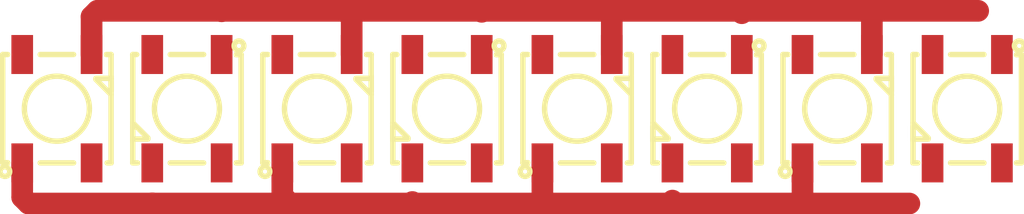
<source format=kicad_pcb>
(kicad_pcb (version 20240108) (generator "pcbnew") (generator_version "8.0")
  (layers (0 "F.Cu" signal) (31 "B.Cu" signal) (34 "B.Paste" user) (35 "F.Paste" user) (36 "B.SilkS" user "B.Silkscreen") (37 "F.SilkS" user "F.Silkscreen") (38 "B.Mask" user) (39 "F.Mask" user) (44 "Edge.Cuts" user))
  (net 0 "")
  (net 1 "/VDD")
  (net 2 "/DI")
  (net 3 "Net-(LED1-DO)")
  (net 4 "GND")
  (net 5 "Net-(LED2-DO)")
  (net 6 "Net-(LED3-DO)")
  (net 7 "Net-(LED4-DO)")
  (net 8 "Net-(LED5-DO)")
  (net 9 "Net-(LED6-DO)")
  (net 10 "Net-(LED7-DO)")
  (net 11 "/DO")
  (footprint "jlcpcb:LED-SMD_4P-L5.0-W5.0-TL-1" (layer "F.Cu") (at 144.12 72.46 90)
    (property "Reference" "LED3" (hide yes))
    (property "Value" "WS2812B")
    (fp_line (start 2.5 -2.5) (end 2.5 -2.27) (stroke (width 0.25)) (layer "F.SilkS"))
    (fp_line (start -2.5 -2.5) (end 2.5 -2.5) (stroke (width 0.25)) (layer "F.SilkS"))
    (fp_line (start -2.49 -2.27) (end -2.5 -2.5) (stroke (width 0.25)) (layer "F.SilkS"))
    (fp_line (start 2.5 -0.77) (end 2.5 0.77) (stroke (width 0.25)) (layer "F.SilkS"))
    (fp_line (start -2.5 0.77) (end -2.5 -0.77) (stroke (width 0.25)) (layer "F.SilkS"))
    (fp_line (start 1.4 1.8) (end 1.4 2.5) (stroke (width 0.25)) (layer "F.SilkS"))
    (fp_line (start 2.5 2.28) (end 2.5 2.5) (stroke (width 0.25)) (layer "F.SilkS"))
    (fp_line (start 2.5 2.5) (end -2.5 2.5) (stroke (width 0.25)) (layer "F.SilkS"))
    (fp_line (start 1.5 2.5) (end 0.8 2.5) (stroke (width 0.25)) (layer "F.SilkS"))
    (fp_line (start 0.65 2.5) (end 1.35 1.8) (stroke (width 0.25)) (layer "F.SilkS"))
    (fp_line (start -2.5 2.5) (end -2.5 2.32) (stroke (width 0.25)) (layer "F.SilkS"))
    (fp_circle (center -2.9 -2.4) (end -2.8 -2.4) (stroke (width 0.25)) (fill none) (layer "F.SilkS"))
    (fp_circle (center 0 0) (end 1.5 0) (stroke (width 0.25)) (fill none) (layer "F.SilkS"))
    (pad "1" smd rect (at -2.5 -1.6 270) (size 1.8 1) (layers "F.Cu" "F.Paste" "F.Mask") (net 1 "/VDD"))
    (pad "2" smd rect (at -2.5 1.6 270) (size 1.8 1) (layers "F.Cu" "F.Paste" "F.Mask") (net 6 "Net-(LED3-DO)"))
    (pad "3" smd rect (at 2.5 1.6 270) (size 1.8 1) (layers "F.Cu" "F.Paste" "F.Mask") (net 4 "GND"))
    (pad "4" smd rect (at 2.5 -1.6 270) (size 1.8 1) (layers "F.Cu" "F.Paste" "F.Mask") (net 5 "Net-(LED2-DO)"))
  )
  (footprint "jlcpcb:LED-SMD_4P-L5.0-W5.0-TL-1" (layer "F.Cu") (at 156.12 72.46 90)
    (property "Reference" "LED5" (hide yes))
    (property "Value" "WS2812B")
    (fp_line (start 2.5 -2.5) (end 2.5 -2.27) (stroke (width 0.25)) (layer "F.SilkS"))
    (fp_line (start -2.5 -2.5) (end 2.5 -2.5) (stroke (width 0.25)) (layer "F.SilkS"))
    (fp_line (start -2.49 -2.27) (end -2.5 -2.5) (stroke (width 0.25)) (layer "F.SilkS"))
    (fp_line (start 2.5 -0.77) (end 2.5 0.77) (stroke (width 0.25)) (layer "F.SilkS"))
    (fp_line (start -2.5 0.77) (end -2.5 -0.77) (stroke (width 0.25)) (layer "F.SilkS"))
    (fp_line (start 1.4 1.8) (end 1.4 2.5) (stroke (width 0.25)) (layer "F.SilkS"))
    (fp_line (start 2.5 2.28) (end 2.5 2.5) (stroke (width 0.25)) (layer "F.SilkS"))
    (fp_line (start 2.5 2.5) (end -2.5 2.5) (stroke (width 0.25)) (layer "F.SilkS"))
    (fp_line (start 1.5 2.5) (end 0.8 2.5) (stroke (width 0.25)) (layer "F.SilkS"))
    (fp_line (start 0.65 2.5) (end 1.35 1.8) (stroke (width 0.25)) (layer "F.SilkS"))
    (fp_line (start -2.5 2.5) (end -2.5 2.32) (stroke (width 0.25)) (layer "F.SilkS"))
    (fp_circle (center -2.9 -2.4) (end -2.8 -2.4) (stroke (width 0.25)) (fill none) (layer "F.SilkS"))
    (fp_circle (center 0 0) (end 1.5 0) (stroke (width 0.25)) (fill none) (layer "F.SilkS"))
    (pad "1" smd rect (at -2.5 -1.6 270) (size 1.8 1) (layers "F.Cu" "F.Paste" "F.Mask") (net 1 "/VDD"))
    (pad "2" smd rect (at -2.5 1.6 270) (size 1.8 1) (layers "F.Cu" "F.Paste" "F.Mask") (net 8 "Net-(LED5-DO)"))
    (pad "3" smd rect (at 2.5 1.6 270) (size 1.8 1) (layers "F.Cu" "F.Paste" "F.Mask") (net 4 "GND"))
    (pad "4" smd rect (at 2.5 -1.6 270) (size 1.8 1) (layers "F.Cu" "F.Paste" "F.Mask") (net 7 "Net-(LED4-DO)"))
  )
  (footprint "jlcpcb:LED-SMD_4P-L5.0-W5.0-TL-1" (layer "F.Cu") (at 168.12 72.46 90)
    (property "Reference" "LED7" (hide yes))
    (property "Value" "WS2812B")
    (fp_line (start 2.5 -2.5) (end 2.5 -2.27) (stroke (width 0.25)) (layer "F.SilkS"))
    (fp_line (start -2.5 -2.5) (end 2.5 -2.5) (stroke (width 0.25)) (layer "F.SilkS"))
    (fp_line (start -2.49 -2.27) (end -2.5 -2.5) (stroke (width 0.25)) (layer "F.SilkS"))
    (fp_line (start 2.5 -0.77) (end 2.5 0.77) (stroke (width 0.25)) (layer "F.SilkS"))
    (fp_line (start -2.5 0.77) (end -2.5 -0.77) (stroke (width 0.25)) (layer "F.SilkS"))
    (fp_line (start 1.4 1.8) (end 1.4 2.5) (stroke (width 0.25)) (layer "F.SilkS"))
    (fp_line (start 2.5 2.28) (end 2.5 2.5) (stroke (width 0.25)) (layer "F.SilkS"))
    (fp_line (start 2.5 2.5) (end -2.5 2.5) (stroke (width 0.25)) (layer "F.SilkS"))
    (fp_line (start 1.5 2.5) (end 0.8 2.5) (stroke (width 0.25)) (layer "F.SilkS"))
    (fp_line (start 0.65 2.5) (end 1.35 1.8) (stroke (width 0.25)) (layer "F.SilkS"))
    (fp_line (start -2.5 2.5) (end -2.5 2.32) (stroke (width 0.25)) (layer "F.SilkS"))
    (fp_circle (center -2.9 -2.4) (end -2.8 -2.4) (stroke (width 0.25)) (fill none) (layer "F.SilkS"))
    (fp_circle (center 0 0) (end 1.5 0) (stroke (width 0.25)) (fill none) (layer "F.SilkS"))
    (pad "1" smd rect (at -2.5 -1.6 270) (size 1.8 1) (layers "F.Cu" "F.Paste" "F.Mask") (net 1 "/VDD"))
    (pad "2" smd rect (at -2.5 1.6 270) (size 1.8 1) (layers "F.Cu" "F.Paste" "F.Mask") (net 10 "Net-(LED7-DO)"))
    (pad "3" smd rect (at 2.5 1.6 270) (size 1.8 1) (layers "F.Cu" "F.Paste" "F.Mask") (net 4 "GND"))
    (pad "4" smd rect (at 2.5 -1.6 270) (size 1.8 1) (layers "F.Cu" "F.Paste" "F.Mask") (net 9 "Net-(LED6-DO)"))
  )
  (footprint "jlcpcb:LED-SMD_4P-L5.0-W5.0-TL-1" (layer "F.Cu") (at 132.12 72.46 90)
    (property "Reference" "LED1" (hide yes))
    (property "Value" "WS2812B")
    (fp_line (start 2.5 -2.5) (end 2.5 -2.27) (stroke (width 0.25)) (layer "F.SilkS"))
    (fp_line (start -2.5 -2.5) (end 2.5 -2.5) (stroke (width 0.25)) (layer "F.SilkS"))
    (fp_line (start -2.49 -2.27) (end -2.5 -2.5) (stroke (width 0.25)) (layer "F.SilkS"))
    (fp_line (start 2.5 -0.77) (end 2.5 0.77) (stroke (width 0.25)) (layer "F.SilkS"))
    (fp_line (start -2.5 0.77) (end -2.5 -0.77) (stroke (width 0.25)) (layer "F.SilkS"))
    (fp_line (start 1.4 1.8) (end 1.4 2.5) (stroke (width 0.25)) (layer "F.SilkS"))
    (fp_line (start 2.5 2.28) (end 2.5 2.5) (stroke (width 0.25)) (layer "F.SilkS"))
    (fp_line (start 2.5 2.5) (end -2.5 2.5) (stroke (width 0.25)) (layer "F.SilkS"))
    (fp_line (start 1.5 2.5) (end 0.8 2.5) (stroke (width 0.25)) (layer "F.SilkS"))
    (fp_line (start 0.65 2.5) (end 1.35 1.8) (stroke (width 0.25)) (layer "F.SilkS"))
    (fp_line (start -2.5 2.5) (end -2.5 2.32) (stroke (width 0.25)) (layer "F.SilkS"))
    (fp_circle (center -2.9 -2.4) (end -2.8 -2.4) (stroke (width 0.25)) (fill none) (layer "F.SilkS"))
    (fp_circle (center 0 0) (end 1.5 0) (stroke (width 0.25)) (fill none) (layer "F.SilkS"))
    (pad "1" smd rect (at -2.5 -1.6 270) (size 1.8 1) (layers "F.Cu" "F.Paste" "F.Mask") (net 1 "/VDD"))
    (pad "2" smd rect (at -2.5 1.6 270) (size 1.8 1) (layers "F.Cu" "F.Paste" "F.Mask") (net 3 "Net-(LED1-DO)"))
    (pad "3" smd rect (at 2.5 1.6 270) (size 1.8 1) (layers "F.Cu" "F.Paste" "F.Mask") (net 4 "GND"))
    (pad "4" smd rect (at 2.5 -1.6 270) (size 1.8 1) (layers "F.Cu" "F.Paste" "F.Mask") (net 2 "/DI"))
  )
  (footprint "jlcpcb:LED-SMD_4P-L5.0-W5.0-TL-1" (layer "F.Cu") (at 138.12 72.46 -90)
    (property "Reference" "LED2" (hide yes))
    (property "Value" "WS2812B")
    (fp_line (start -2.5 2.5) (end -2.5 2.32) (stroke (width 0.25)) (layer "F.SilkS"))
    (fp_line (start 0.65 2.5) (end 1.35 1.8) (stroke (width 0.25)) (layer "F.SilkS"))
    (fp_line (start 1.5 2.5) (end 0.8 2.5) (stroke (width 0.25)) (layer "F.SilkS"))
    (fp_line (start 2.5 2.5) (end -2.5 2.5) (stroke (width 0.25)) (layer "F.SilkS"))
    (fp_line (start 2.5 2.28) (end 2.5 2.5) (stroke (width 0.25)) (layer "F.SilkS"))
    (fp_line (start 1.4 1.8) (end 1.4 2.5) (stroke (width 0.25)) (layer "F.SilkS"))
    (fp_line (start -2.5 0.77) (end -2.5 -0.77) (stroke (width 0.25)) (layer "F.SilkS"))
    (fp_line (start 2.5 -0.77) (end 2.5 0.77) (stroke (width 0.25)) (layer "F.SilkS"))
    (fp_line (start -2.49 -2.27) (end -2.5 -2.5) (stroke (width 0.25)) (layer "F.SilkS"))
    (fp_line (start -2.5 -2.5) (end 2.5 -2.5) (stroke (width 0.25)) (layer "F.SilkS"))
    (fp_line (start 2.5 -2.5) (end 2.5 -2.27) (stroke (width 0.25)) (layer "F.SilkS"))
    (fp_circle (center 0 0) (end 1.5 0) (stroke (width 0.25)) (fill none) (layer "F.SilkS"))
    (fp_circle (center -2.9 -2.4) (end -2.8 -2.4) (stroke (width 0.25)) (fill none) (layer "F.SilkS"))
    (pad "1" smd rect (at -2.5 -1.6 90) (size 1.8 1) (layers "F.Cu" "F.Paste" "F.Mask") (net 1 "/VDD"))
    (pad "2" smd rect (at -2.5 1.6 90) (size 1.8 1) (layers "F.Cu" "F.Paste" "F.Mask") (net 5 "Net-(LED2-DO)"))
    (pad "3" smd rect (at 2.5 1.6 90) (size 1.8 1) (layers "F.Cu" "F.Paste" "F.Mask") (net 4 "GND"))
    (pad "4" smd rect (at 2.5 -1.6 90) (size 1.8 1) (layers "F.Cu" "F.Paste" "F.Mask") (net 3 "Net-(LED1-DO)"))
  )
  (footprint "jlcpcb:LED-SMD_4P-L5.0-W5.0-TL-1" (layer "F.Cu") (at 174.12 72.46 -90)
    (property "Reference" "LED8" (hide yes))
    (property "Value" "WS2812B")
    (fp_line (start -2.5 2.5) (end -2.5 2.32) (stroke (width 0.25)) (layer "F.SilkS"))
    (fp_line (start 0.65 2.5) (end 1.35 1.8) (stroke (width 0.25)) (layer "F.SilkS"))
    (fp_line (start 1.5 2.5) (end 0.8 2.5) (stroke (width 0.25)) (layer "F.SilkS"))
    (fp_line (start 2.5 2.5) (end -2.5 2.5) (stroke (width 0.25)) (layer "F.SilkS"))
    (fp_line (start 2.5 2.28) (end 2.5 2.5) (stroke (width 0.25)) (layer "F.SilkS"))
    (fp_line (start 1.4 1.8) (end 1.4 2.5) (stroke (width 0.25)) (layer "F.SilkS"))
    (fp_line (start -2.5 0.77) (end -2.5 -0.77) (stroke (width 0.25)) (layer "F.SilkS"))
    (fp_line (start 2.5 -0.77) (end 2.5 0.77) (stroke (width 0.25)) (layer "F.SilkS"))
    (fp_line (start -2.49 -2.27) (end -2.5 -2.5) (stroke (width 0.25)) (layer "F.SilkS"))
    (fp_line (start -2.5 -2.5) (end 2.5 -2.5) (stroke (width 0.25)) (layer "F.SilkS"))
    (fp_line (start 2.5 -2.5) (end 2.5 -2.27) (stroke (width 0.25)) (layer "F.SilkS"))
    (fp_circle (center 0 0) (end 1.5 0) (stroke (width 0.25)) (fill none) (layer "F.SilkS"))
    (fp_circle (center -2.9 -2.4) (end -2.8 -2.4) (stroke (width 0.25)) (fill none) (layer "F.SilkS"))
    (pad "1" smd rect (at -2.5 -1.6 90) (size 1.8 1) (layers "F.Cu" "F.Paste" "F.Mask") (net 1 "/VDD"))
    (pad "2" smd rect (at -2.5 1.6 90) (size 1.8 1) (layers "F.Cu" "F.Paste" "F.Mask") (net 11 "/DO"))
    (pad "3" smd rect (at 2.5 1.6 90) (size 1.8 1) (layers "F.Cu" "F.Paste" "F.Mask") (net 4 "GND"))
    (pad "4" smd rect (at 2.5 -1.6 90) (size 1.8 1) (layers "F.Cu" "F.Paste" "F.Mask") (net 10 "Net-(LED7-DO)"))
  )
  (footprint "jlcpcb:LED-SMD_4P-L5.0-W5.0-TL-1" (layer "F.Cu") (at 150.12 72.46 -90)
    (property "Reference" "LED4" (hide yes))
    (property "Value" "WS2812B")
    (fp_line (start -2.5 2.5) (end -2.5 2.32) (stroke (width 0.25)) (layer "F.SilkS"))
    (fp_line (start 0.65 2.5) (end 1.35 1.8) (stroke (width 0.25)) (layer "F.SilkS"))
    (fp_line (start 1.5 2.5) (end 0.8 2.5) (stroke (width 0.25)) (layer "F.SilkS"))
    (fp_line (start 2.5 2.5) (end -2.5 2.5) (stroke (width 0.25)) (layer "F.SilkS"))
    (fp_line (start 2.5 2.28) (end 2.5 2.5) (stroke (width 0.25)) (layer "F.SilkS"))
    (fp_line (start 1.4 1.8) (end 1.4 2.5) (stroke (width 0.25)) (layer "F.SilkS"))
    (fp_line (start -2.5 0.77) (end -2.5 -0.77) (stroke (width 0.25)) (layer "F.SilkS"))
    (fp_line (start 2.5 -0.77) (end 2.5 0.77) (stroke (width 0.25)) (layer "F.SilkS"))
    (fp_line (start -2.49 -2.27) (end -2.5 -2.5) (stroke (width 0.25)) (layer "F.SilkS"))
    (fp_line (start -2.5 -2.5) (end 2.5 -2.5) (stroke (width 0.25)) (layer "F.SilkS"))
    (fp_line (start 2.5 -2.5) (end 2.5 -2.27) (stroke (width 0.25)) (layer "F.SilkS"))
    (fp_circle (center 0 0) (end 1.5 0) (stroke (width 0.25)) (fill none) (layer "F.SilkS"))
    (fp_circle (center -2.9 -2.4) (end -2.8 -2.4) (stroke (width 0.25)) (fill none) (layer "F.SilkS"))
    (pad "1" smd rect (at -2.5 -1.6 90) (size 1.8 1) (layers "F.Cu" "F.Paste" "F.Mask") (net 1 "/VDD"))
    (pad "2" smd rect (at -2.5 1.6 90) (size 1.8 1) (layers "F.Cu" "F.Paste" "F.Mask") (net 7 "Net-(LED4-DO)"))
    (pad "3" smd rect (at 2.5 1.6 90) (size 1.8 1) (layers "F.Cu" "F.Paste" "F.Mask") (net 4 "GND"))
    (pad "4" smd rect (at 2.5 -1.6 90) (size 1.8 1) (layers "F.Cu" "F.Paste" "F.Mask") (net 6 "Net-(LED3-DO)"))
  )
  (footprint "jlcpcb:LED-SMD_4P-L5.0-W5.0-TL-1" (layer "F.Cu") (at 162.12 72.46 -90)
    (property "Reference" "LED6" (hide yes))
    (property "Value" "WS2812B")
    (fp_line (start -2.5 2.5) (end -2.5 2.32) (stroke (width 0.25)) (layer "F.SilkS"))
    (fp_line (start 0.65 2.5) (end 1.35 1.8) (stroke (width 0.25)) (layer "F.SilkS"))
    (fp_line (start 1.5 2.5) (end 0.8 2.5) (stroke (width 0.25)) (layer "F.SilkS"))
    (fp_line (start 2.5 2.5) (end -2.5 2.5) (stroke (width 0.25)) (layer "F.SilkS"))
    (fp_line (start 2.5 2.28) (end 2.5 2.5) (stroke (width 0.25)) (layer "F.SilkS"))
    (fp_line (start 1.4 1.8) (end 1.4 2.5) (stroke (width 0.25)) (layer "F.SilkS"))
    (fp_line (start -2.5 0.77) (end -2.5 -0.77) (stroke (width 0.25)) (layer "F.SilkS"))
    (fp_line (start 2.5 -0.77) (end 2.5 0.77) (stroke (width 0.25)) (layer "F.SilkS"))
    (fp_line (start -2.49 -2.27) (end -2.5 -2.5) (stroke (width 0.25)) (layer "F.SilkS"))
    (fp_line (start -2.5 -2.5) (end 2.5 -2.5) (stroke (width 0.25)) (layer "F.SilkS"))
    (fp_line (start 2.5 -2.5) (end 2.5 -2.27) (stroke (width 0.25)) (layer "F.SilkS"))
    (fp_circle (center 0 0) (end 1.5 0) (stroke (width 0.25)) (fill none) (layer "F.SilkS"))
    (fp_circle (center -2.9 -2.4) (end -2.8 -2.4) (stroke (width 0.25)) (fill none) (layer "F.SilkS"))
    (pad "1" smd rect (at -2.5 -1.6 90) (size 1.8 1) (layers "F.Cu" "F.Paste" "F.Mask") (net 1 "/VDD"))
    (pad "2" smd rect (at -2.5 1.6 90) (size 1.8 1) (layers "F.Cu" "F.Paste" "F.Mask") (net 9 "Net-(LED6-DO)"))
    (pad "3" smd rect (at 2.5 1.6 90) (size 1.8 1) (layers "F.Cu" "F.Paste" "F.Mask") (net 4 "GND"))
    (pad "4" smd rect (at 2.5 -1.6 90) (size 1.8 1) (layers "F.Cu" "F.Paste" "F.Mask") (net 8 "Net-(LED5-DO)"))
  )
  (segment (start 136.525 76.835) (end 130.81 76.835) (width 1) (layer "F.Cu") (net 1))
  (segment (start 136.52 76.83) (end 136.525 76.835) (width 1) (layer "F.Cu") (net 1))
  (segment (start 148.52 76.765) (end 148.59 76.835) (width 1) (layer "F.Cu") (net 1))
  (segment (start 130.81 76.835) (end 130.52 76.545) (width 1) (layer "F.Cu") (net 1))
  (segment (start 166.37 76.835) (end 160.655 76.835) (width 1) (layer "F.Cu") (net 1))
  (segment (start 166.52 76.685) (end 166.37 76.835) (width 1) (layer "F.Cu") (net 1))
  (segment (start 166.52 74.96) (end 166.52 76.685) (width 1) (layer "F.Cu") (net 1))
  (segment (start 142.52 74.96) (end 142.52 76.48) (width 1) (layer "F.Cu") (net 1))
  (segment (start 171.45 76.835) (end 166.37 76.835) (width 1) (layer "F.Cu") (net 1))
  (segment (start 160.655 76.835) (end 154.305 76.835) (width 1) (layer "F.Cu") (net 1))
  (segment (start 154.52 74.96) (end 154.52 76.62) (width 1) (layer "F.Cu") (net 1))
  (segment (start 142.875 76.835) (end 136.525 76.835) (width 1) (layer "F.Cu") (net 1))
  (segment (start 154.52 76.62) (end 154.305 76.835) (width 1) (layer "F.Cu") (net 1))
  (segment (start 154.305 76.835) (end 148.59 76.835) (width 1) (layer "F.Cu") (net 1))
  (segment (start 148.59 76.835) (end 142.875 76.835) (width 1) (layer "F.Cu") (net 1))
  (segment (start 130.52 76.545) (end 130.52 74.96) (width 1) (layer "F.Cu") (net 1))
  (segment (start 142.52 76.48) (end 142.875 76.835) (width 1) (layer "F.Cu") (net 1))
  (segment (start 160.52 76.7) (end 160.655 76.835) (width 1) (layer "F.Cu") (net 1))
  (segment (start 145.72 69.96) (end 145.72 68.25) (width 1) (layer "F.Cu") (net 4))
  (segment (start 169.545 67.945) (end 174.625 67.945) (width 1) (layer "F.Cu") (net 4))
  (segment (start 157.72 69.96) (end 157.72 68.185) (width 1) (layer "F.Cu") (net 4))
  (segment (start 163.83 67.945) (end 169.545 67.945) (width 1) (layer "F.Cu") (net 4))
  (segment (start 157.72 68.185) (end 157.48 67.945) (width 1) (layer "F.Cu") (net 4))
  (segment (start 139.72 67.965) (end 139.7 67.945) (width 1) (layer "F.Cu") (net 4))
  (segment (start 139.7 67.945) (end 145.415 67.945) (width 1) (layer "F.Cu") (net 4))
  (segment (start 145.72 68.25) (end 145.415 67.945) (width 1) (layer "F.Cu") (net 4))
  (segment (start 151.765 67.945) (end 157.48 67.945) (width 1) (layer "F.Cu") (net 4))
  (segment (start 151.72 67.99) (end 151.765 67.945) (width 1) (layer "F.Cu") (net 4))
  (segment (start 133.985 67.945) (end 139.7 67.945) (width 1) (layer "F.Cu") (net 4))
  (segment (start 133.72 68.21) (end 133.985 67.945) (width 1) (layer "F.Cu") (net 4))
  (segment (start 163.72 68.055) (end 163.83 67.945) (width 1) (layer "F.Cu") (net 4))
  (segment (start 157.48 67.945) (end 163.83 67.945) (width 1) (layer "F.Cu") (net 4))
  (segment (start 169.72 68.12) (end 169.545 67.945) (width 1) (layer "F.Cu") (net 4))
  (segment (start 133.72 69.96) (end 133.72 68.21) (width 1) (layer "F.Cu") (net 4))
  (segment (start 145.415 67.945) (end 151.765 67.945) (width 1) (layer "F.Cu") (net 4))
  (segment (start 169.72 69.96) (end 169.72 68.12) (width 1) (layer "F.Cu") (net 4))
)
</source>
